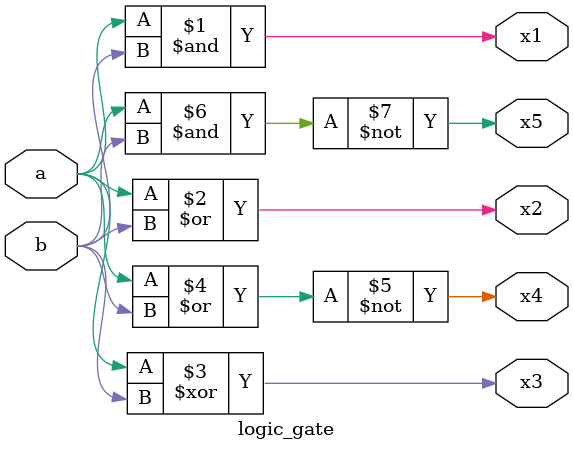
<source format=v>
`timescale 1ns / 1ps


module logic_gate (a, b, x1, x2, x3, x4, x5);

input a, b;
output x1, x2, x3, x4, x5;
wire x1, x2, x3, x4, x5;

//and gate
assign x1 = a & b;
//or gate
assign x2 = a | b;
//xor gate
assign x3 = a ^ b;
//nor gate
assign x4 = ~(a | b);
//nand gate
assign x5 = ~(a & b);

endmodule
</source>
